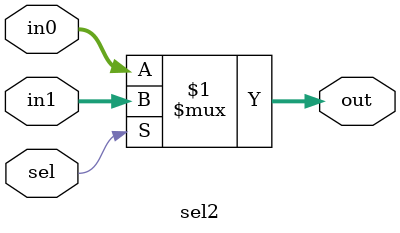
<source format=v>
module sel2 #(
    parameter MSB = 15
)(
    input wire [MSB:0] in0,
    input wire [MSB:0] in1,
    output wire [MSB:0] out,
    input wire sel
);
    assign out = (sel)? in1:in0;

endmodule




</source>
